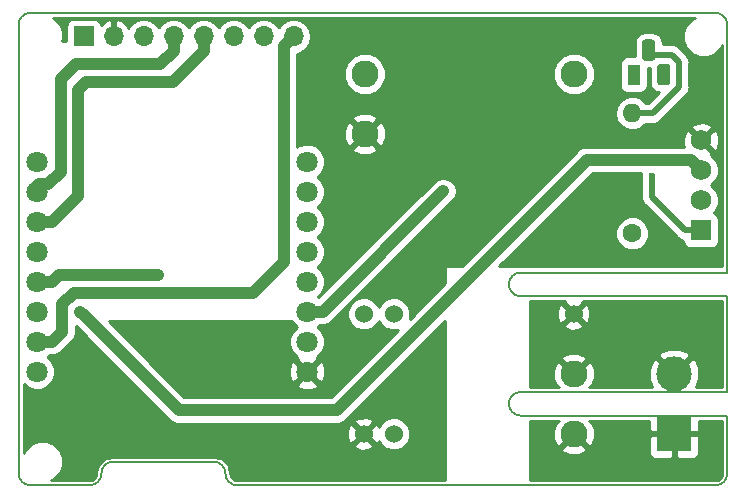
<source format=gbr>
G04 #@! TF.GenerationSoftware,KiCad,Pcbnew,(5.0.2)-1*
G04 #@! TF.CreationDate,2019-02-07T08:47:28-05:00*
G04 #@! TF.ProjectId,HASwitchPlate,48415377-6974-4636-9850-6c6174652e6b,rev?*
G04 #@! TF.SameCoordinates,Original*
G04 #@! TF.FileFunction,Copper,L2,Bot*
G04 #@! TF.FilePolarity,Positive*
%FSLAX46Y46*%
G04 Gerber Fmt 4.6, Leading zero omitted, Abs format (unit mm)*
G04 Created by KiCad (PCBNEW (5.0.2)-1) date 2/7/2019 8:47:28 AM*
%MOMM*%
%LPD*%
G01*
G04 APERTURE LIST*
G04 #@! TA.AperFunction,NonConductor*
%ADD10C,0.150000*%
G04 #@! TD*
G04 #@! TA.AperFunction,ComponentPad*
%ADD11R,1.100000X1.800000*%
G04 #@! TD*
G04 #@! TA.AperFunction,Conductor*
%ADD12C,0.100000*%
G04 #@! TD*
G04 #@! TA.AperFunction,ComponentPad*
%ADD13C,1.100000*%
G04 #@! TD*
G04 #@! TA.AperFunction,ComponentPad*
%ADD14C,1.524000*%
G04 #@! TD*
G04 #@! TA.AperFunction,ComponentPad*
%ADD15C,2.290000*%
G04 #@! TD*
G04 #@! TA.AperFunction,ComponentPad*
%ADD16O,1.600000X1.600000*%
G04 #@! TD*
G04 #@! TA.AperFunction,ComponentPad*
%ADD17C,1.600000*%
G04 #@! TD*
G04 #@! TA.AperFunction,ComponentPad*
%ADD18C,1.750000*%
G04 #@! TD*
G04 #@! TA.AperFunction,ComponentPad*
%ADD19R,1.750000X1.750000*%
G04 #@! TD*
G04 #@! TA.AperFunction,ComponentPad*
%ADD20R,1.700000X1.700000*%
G04 #@! TD*
G04 #@! TA.AperFunction,ComponentPad*
%ADD21O,1.700000X1.700000*%
G04 #@! TD*
G04 #@! TA.AperFunction,ComponentPad*
%ADD22C,1.800000*%
G04 #@! TD*
G04 #@! TA.AperFunction,ComponentPad*
%ADD23R,3.000000X3.000000*%
G04 #@! TD*
G04 #@! TA.AperFunction,ComponentPad*
%ADD24C,3.000000*%
G04 #@! TD*
G04 #@! TA.AperFunction,ViaPad*
%ADD25C,0.600000*%
G04 #@! TD*
G04 #@! TA.AperFunction,Conductor*
%ADD26C,1.000000*%
G04 #@! TD*
G04 #@! TA.AperFunction,Conductor*
%ADD27C,0.500000*%
G04 #@! TD*
G04 #@! TA.AperFunction,Conductor*
%ADD28C,0.254000*%
G04 #@! TD*
G04 APERTURE END LIST*
D10*
X160000000Y-101000000D02*
X160000000Y-122000000D01*
X160000000Y-132100000D02*
X160000000Y-124000000D01*
X141500000Y-123000000D02*
G75*
G03X142500000Y-124000000I1000000J0D01*
G01*
X142500000Y-122000000D02*
G75*
G03X141500000Y-123000000I0J-1000000D01*
G01*
X142500000Y-122000000D02*
X160000000Y-122000000D01*
X142500000Y-124000000D02*
X160000000Y-124000000D01*
X118500000Y-140000000D02*
X159000000Y-140000000D01*
X101000000Y-140000000D02*
X106000000Y-140000000D01*
X108000000Y-138000000D02*
X116500000Y-138000000D01*
X117500000Y-139000000D02*
G75*
G03X118500000Y-140000000I1000000J0D01*
G01*
X117500000Y-139000000D02*
G75*
G03X116500000Y-138000000I-1000000J0D01*
G01*
X107998255Y-138000002D02*
G75*
G03X107000000Y-139000000I1745J-999998D01*
G01*
X106000000Y-140000000D02*
G75*
G03X107000000Y-139000000I0J1000000D01*
G01*
X101000000Y-100000000D02*
G75*
G03X100000000Y-101000000I0J-1000000D01*
G01*
X100000000Y-139000000D02*
G75*
G03X101000000Y-140000000I1000000J0D01*
G01*
X159000000Y-140000000D02*
G75*
G03X160000000Y-139000000I0J1000000D01*
G01*
X160000000Y-101000000D02*
G75*
G03X159000000Y-100000000I-1000000J0D01*
G01*
X141500000Y-133100000D02*
G75*
G03X142500000Y-134100000I1000000J0D01*
G01*
X142500000Y-132100000D02*
G75*
G03X141500000Y-133100000I0J-1000000D01*
G01*
X160000000Y-134100000D02*
X160000000Y-139000000D01*
X142500000Y-134100000D02*
X160000000Y-134100000D01*
X142500000Y-132100000D02*
X160000000Y-132100000D01*
X101000000Y-100000000D02*
X159000000Y-100000000D01*
X100000000Y-101000000D02*
X100000000Y-139000000D01*
D11*
G04 #@! TO.P,Q1,1*
G04 #@! TO.N,/GND*
X152070000Y-105226000D03*
D12*
G04 #@! TD*
G04 #@! TO.N,/LCD_GND*
G04 #@! TO.C,Q1*
G36*
X154911955Y-104327324D02*
X154938650Y-104331284D01*
X154964828Y-104337841D01*
X154990238Y-104346933D01*
X155014634Y-104358472D01*
X155037782Y-104372346D01*
X155059458Y-104388422D01*
X155079454Y-104406546D01*
X155097578Y-104426542D01*
X155113654Y-104448218D01*
X155127528Y-104471366D01*
X155139067Y-104495762D01*
X155148159Y-104521172D01*
X155154716Y-104547350D01*
X155158676Y-104574045D01*
X155160000Y-104601000D01*
X155160000Y-105851000D01*
X155158676Y-105877955D01*
X155154716Y-105904650D01*
X155148159Y-105930828D01*
X155139067Y-105956238D01*
X155127528Y-105980634D01*
X155113654Y-106003782D01*
X155097578Y-106025458D01*
X155079454Y-106045454D01*
X155059458Y-106063578D01*
X155037782Y-106079654D01*
X155014634Y-106093528D01*
X154990238Y-106105067D01*
X154964828Y-106114159D01*
X154938650Y-106120716D01*
X154911955Y-106124676D01*
X154885000Y-106126000D01*
X154335000Y-106126000D01*
X154308045Y-106124676D01*
X154281350Y-106120716D01*
X154255172Y-106114159D01*
X154229762Y-106105067D01*
X154205366Y-106093528D01*
X154182218Y-106079654D01*
X154160542Y-106063578D01*
X154140546Y-106045454D01*
X154122422Y-106025458D01*
X154106346Y-106003782D01*
X154092472Y-105980634D01*
X154080933Y-105956238D01*
X154071841Y-105930828D01*
X154065284Y-105904650D01*
X154061324Y-105877955D01*
X154060000Y-105851000D01*
X154060000Y-104601000D01*
X154061324Y-104574045D01*
X154065284Y-104547350D01*
X154071841Y-104521172D01*
X154080933Y-104495762D01*
X154092472Y-104471366D01*
X154106346Y-104448218D01*
X154122422Y-104426542D01*
X154140546Y-104406546D01*
X154160542Y-104388422D01*
X154182218Y-104372346D01*
X154205366Y-104358472D01*
X154229762Y-104346933D01*
X154255172Y-104337841D01*
X154281350Y-104331284D01*
X154308045Y-104327324D01*
X154335000Y-104326000D01*
X154885000Y-104326000D01*
X154911955Y-104327324D01*
X154911955Y-104327324D01*
G37*
D13*
G04 #@! TO.P,Q1,3*
G04 #@! TO.N,/LCD_GND*
X154610000Y-105226000D03*
D12*
G04 #@! TD*
G04 #@! TO.N,/LCD_CTL*
G04 #@! TO.C,Q1*
G36*
X153641955Y-102257324D02*
X153668650Y-102261284D01*
X153694828Y-102267841D01*
X153720238Y-102276933D01*
X153744634Y-102288472D01*
X153767782Y-102302346D01*
X153789458Y-102318422D01*
X153809454Y-102336546D01*
X153827578Y-102356542D01*
X153843654Y-102378218D01*
X153857528Y-102401366D01*
X153869067Y-102425762D01*
X153878159Y-102451172D01*
X153884716Y-102477350D01*
X153888676Y-102504045D01*
X153890000Y-102531000D01*
X153890000Y-103781000D01*
X153888676Y-103807955D01*
X153884716Y-103834650D01*
X153878159Y-103860828D01*
X153869067Y-103886238D01*
X153857528Y-103910634D01*
X153843654Y-103933782D01*
X153827578Y-103955458D01*
X153809454Y-103975454D01*
X153789458Y-103993578D01*
X153767782Y-104009654D01*
X153744634Y-104023528D01*
X153720238Y-104035067D01*
X153694828Y-104044159D01*
X153668650Y-104050716D01*
X153641955Y-104054676D01*
X153615000Y-104056000D01*
X153065000Y-104056000D01*
X153038045Y-104054676D01*
X153011350Y-104050716D01*
X152985172Y-104044159D01*
X152959762Y-104035067D01*
X152935366Y-104023528D01*
X152912218Y-104009654D01*
X152890542Y-103993578D01*
X152870546Y-103975454D01*
X152852422Y-103955458D01*
X152836346Y-103933782D01*
X152822472Y-103910634D01*
X152810933Y-103886238D01*
X152801841Y-103860828D01*
X152795284Y-103834650D01*
X152791324Y-103807955D01*
X152790000Y-103781000D01*
X152790000Y-102531000D01*
X152791324Y-102504045D01*
X152795284Y-102477350D01*
X152801841Y-102451172D01*
X152810933Y-102425762D01*
X152822472Y-102401366D01*
X152836346Y-102378218D01*
X152852422Y-102356542D01*
X152870546Y-102336546D01*
X152890542Y-102318422D01*
X152912218Y-102302346D01*
X152935366Y-102288472D01*
X152959762Y-102276933D01*
X152985172Y-102267841D01*
X153011350Y-102261284D01*
X153038045Y-102257324D01*
X153065000Y-102256000D01*
X153615000Y-102256000D01*
X153641955Y-102257324D01*
X153641955Y-102257324D01*
G37*
D13*
G04 #@! TO.P,Q1,2*
G04 #@! TO.N,/LCD_CTL*
X153340000Y-103156000D03*
G04 #@! TD*
D14*
G04 #@! TO.P,U3,8*
G04 #@! TO.N,N/C*
X129220000Y-125490000D03*
G04 #@! TO.P,U3,9*
G04 #@! TO.N,/+5V*
X129220000Y-135650000D03*
D15*
G04 #@! TO.P,U3,16*
G04 #@! TO.N,/AC_L*
X147000000Y-135650000D03*
D14*
G04 #@! TO.P,U3,10*
G04 #@! TO.N,/GND*
X131760000Y-135650000D03*
G04 #@! TO.P,U3,1*
G04 #@! TO.N,/AC_N*
X147000000Y-125490000D03*
G04 #@! TO.P,U3,7*
G04 #@! TO.N,N/C*
X131760000Y-125490000D03*
G04 #@! TD*
D16*
G04 #@! TO.P,R1,2*
G04 #@! TO.N,/LCD_CTL*
X151943000Y-108509000D03*
D17*
G04 #@! TO.P,R1,1*
G04 #@! TO.N,Net-(R1-Pad1)*
X151943000Y-118669000D03*
G04 #@! TD*
D18*
G04 #@! TO.P,J2,4*
G04 #@! TO.N,/+5V*
X157785000Y-110795000D03*
G04 #@! TO.P,J2,3*
G04 #@! TO.N,/LCD_TX*
X157785000Y-113335000D03*
G04 #@! TO.P,J2,2*
G04 #@! TO.N,/LCD_RX*
X157785000Y-115875000D03*
D19*
G04 #@! TO.P,J2,1*
G04 #@! TO.N,/LCD_GND*
X157785000Y-118415000D03*
G04 #@! TD*
D20*
G04 #@! TO.P,J3,1*
G04 #@! TO.N,/GND*
X105500000Y-102000000D03*
D21*
G04 #@! TO.P,J3,2*
G04 #@! TO.N,/+5V*
X108040000Y-102000000D03*
G04 #@! TO.P,J3,3*
G04 #@! TO.N,/+3.3V*
X110580000Y-102000000D03*
G04 #@! TO.P,J3,4*
G04 #@! TO.N,/A0*
X113120000Y-102000000D03*
G04 #@! TO.P,J3,5*
G04 #@! TO.N,/D0*
X115660000Y-102000000D03*
G04 #@! TO.P,J3,6*
G04 #@! TO.N,/D1*
X118200000Y-102000000D03*
G04 #@! TO.P,J3,7*
G04 #@! TO.N,/D2*
X120740000Y-102000000D03*
G04 #@! TO.P,J3,8*
G04 #@! TO.N,/D8_DBG*
X123280000Y-102000000D03*
G04 #@! TD*
D15*
G04 #@! TO.P,U1,5*
G04 #@! TO.N,N/C*
X147000000Y-105170000D03*
G04 #@! TO.P,U1,1*
G04 #@! TO.N,/AC_L*
X147000000Y-135650000D03*
G04 #@! TO.P,U1,2*
G04 #@! TO.N,/AC_N*
X147000000Y-130570000D03*
G04 #@! TO.P,U1,3*
G04 #@! TO.N,/+5V*
X129300000Y-110250000D03*
G04 #@! TO.P,U1,4*
G04 #@! TO.N,/GND*
X129300000Y-105170000D03*
G04 #@! TD*
D22*
G04 #@! TO.P,U2,16*
G04 #@! TO.N,/+3.3V*
X101570000Y-130390000D03*
G04 #@! TO.P,U2,1*
G04 #@! TO.N,/+5V*
X124430000Y-130390000D03*
G04 #@! TO.P,U2,15*
G04 #@! TO.N,/D8_DBG*
X101570000Y-127850000D03*
G04 #@! TO.P,U2,2*
G04 #@! TO.N,/GND*
X124430000Y-127850000D03*
G04 #@! TO.P,U2,14*
G04 #@! TO.N,/LCD_TX*
X101570000Y-125310000D03*
G04 #@! TO.P,U2,3*
G04 #@! TO.N,/LCD_RX*
X124430000Y-125310000D03*
G04 #@! TO.P,U2,13*
G04 #@! TO.N,Net-(R1-Pad1)*
X101570000Y-122770000D03*
G04 #@! TO.P,U2,4*
G04 #@! TO.N,Net-(U2-Pad4)*
X124430000Y-122770000D03*
G04 #@! TO.P,U2,12*
G04 #@! TO.N,Net-(U2-Pad12)*
X101570000Y-120230000D03*
G04 #@! TO.P,U2,5*
G04 #@! TO.N,/D2*
X124430000Y-120230000D03*
G04 #@! TO.P,U2,11*
G04 #@! TO.N,/D0*
X101570000Y-117690000D03*
G04 #@! TO.P,U2,6*
G04 #@! TO.N,/D1*
X124430000Y-117690000D03*
G04 #@! TO.P,U2,10*
G04 #@! TO.N,/A0*
X101570000Y-115150000D03*
G04 #@! TO.P,U2,7*
G04 #@! TO.N,Net-(U2-Pad7)*
X124430000Y-115150000D03*
G04 #@! TO.P,U2,9*
G04 #@! TO.N,Net-(U2-Pad9)*
X101570000Y-112610000D03*
G04 #@! TO.P,U2,8*
G04 #@! TO.N,Net-(U2-Pad8)*
X124430000Y-112610000D03*
G04 #@! TD*
D23*
G04 #@! TO.P,J1,1*
G04 #@! TO.N,/AC_L*
X155500000Y-135650000D03*
D24*
G04 #@! TO.P,J1,2*
G04 #@! TO.N,/AC_N*
X155500000Y-130570000D03*
G04 #@! TD*
D25*
G04 #@! TO.N,/LCD_TX*
X105207000Y-125310000D03*
G04 #@! TO.N,/LCD_RX*
X135941000Y-115113000D03*
G04 #@! TO.N,/LCD_GND*
X153594000Y-113812990D03*
G04 #@! TO.N,Net-(R1-Pad1)*
X111811000Y-122225000D03*
G04 #@! TD*
D26*
G04 #@! TO.N,/LCD_TX*
X157785000Y-113335000D02*
X156910001Y-112460001D01*
X148118999Y-112460001D02*
X126924000Y-133655000D01*
X156910001Y-112460001D02*
X148118999Y-112460001D01*
X126924000Y-133655000D02*
X113552000Y-133655000D01*
X113552000Y-133655000D02*
X105506999Y-125609999D01*
X105506999Y-125609999D02*
X105207000Y-125310000D01*
G04 #@! TO.N,/LCD_RX*
X125744000Y-125310000D02*
X124430000Y-125310000D01*
X135941000Y-115113000D02*
X125744000Y-125310000D01*
G04 #@! TO.N,/A0*
X102482001Y-114510001D02*
X103556000Y-113436002D01*
X101745999Y-114510001D02*
X102482001Y-114510001D01*
X101570000Y-115150000D02*
X101570000Y-114686000D01*
X101570000Y-114686000D02*
X101745999Y-114510001D01*
X103556000Y-113436002D02*
X103556000Y-105588000D01*
X103556000Y-105588000D02*
X104826000Y-104318000D01*
X113120000Y-103202081D02*
X113120000Y-102000000D01*
X112004081Y-104318000D02*
X113120000Y-103202081D01*
X104826000Y-104318000D02*
X112004081Y-104318000D01*
G04 #@! TO.N,/D0*
X115660000Y-103202081D02*
X115660000Y-102000000D01*
X101570000Y-117690000D02*
X102842792Y-117690000D01*
X102842792Y-117690000D02*
X105056010Y-115476782D01*
X105056010Y-115476782D02*
X105056010Y-106500990D01*
X105056010Y-106500990D02*
X105738990Y-105818010D01*
X105738990Y-105818010D02*
X113044071Y-105818010D01*
X113044071Y-105818010D02*
X115660000Y-103202081D01*
G04 #@! TO.N,/D8_DBG*
X103706989Y-126985803D02*
X103706989Y-124688676D01*
X122430001Y-102849999D02*
X123280000Y-102000000D01*
X103706989Y-124688676D02*
X104646665Y-123749000D01*
X104646665Y-123749000D02*
X119812000Y-123749000D01*
X119812000Y-123749000D02*
X122430001Y-121130999D01*
X122430001Y-121130999D02*
X122430001Y-102849999D01*
X102842792Y-127850000D02*
X103706989Y-126985803D01*
X101570000Y-127850000D02*
X102842792Y-127850000D01*
D27*
G04 #@! TO.N,/LCD_GND*
X156410000Y-118415000D02*
X153594000Y-115599000D01*
X157785000Y-118415000D02*
X156410000Y-118415000D01*
X153594000Y-114237254D02*
X153594000Y-113812990D01*
X153594000Y-115599000D02*
X153594000Y-114237254D01*
D26*
G04 #@! TO.N,Net-(R1-Pad1)*
X103387792Y-122225000D02*
X111386736Y-122225000D01*
X102842792Y-122770000D02*
X103387792Y-122225000D01*
X101570000Y-122770000D02*
X102842792Y-122770000D01*
X111386736Y-122225000D02*
X111811000Y-122225000D01*
D27*
G04 #@! TO.N,/LCD_CTL*
X155289584Y-103556000D02*
X153340000Y-103556000D01*
X155910010Y-104176426D02*
X155289584Y-103556000D01*
X155910010Y-106275574D02*
X155910010Y-104176426D01*
X153676584Y-108509000D02*
X155910010Y-106275574D01*
X151943000Y-108509000D02*
X153676584Y-108509000D01*
G04 #@! TD*
D28*
G04 #@! TO.N,/+5V*
G36*
X136068000Y-139578000D02*
X118541561Y-139578000D01*
X118281973Y-139526365D01*
X118097139Y-139402863D01*
X117973635Y-139218027D01*
X117913891Y-138917672D01*
X117837771Y-138534989D01*
X117793125Y-138427204D01*
X117774760Y-138382866D01*
X117557987Y-138058443D01*
X117441558Y-137942013D01*
X117441555Y-137942012D01*
X117117133Y-137725240D01*
X116965011Y-137662229D01*
X116582328Y-137586109D01*
X116541561Y-137578000D01*
X107958439Y-137578000D01*
X107917308Y-137586181D01*
X107915566Y-137586183D01*
X107534629Y-137662300D01*
X107458578Y-137693879D01*
X107382866Y-137725240D01*
X107058443Y-137942013D01*
X106942013Y-138058442D01*
X106942013Y-138058443D01*
X106725241Y-138382866D01*
X106725240Y-138382867D01*
X106662229Y-138534989D01*
X106586109Y-138917672D01*
X106526365Y-139218027D01*
X106402863Y-139402861D01*
X106218027Y-139526365D01*
X105958439Y-139578000D01*
X102703240Y-139578000D01*
X102978267Y-139464080D01*
X103464080Y-138978267D01*
X103727000Y-138343522D01*
X103727000Y-137656478D01*
X103464080Y-137021733D01*
X103072560Y-136630213D01*
X128419392Y-136630213D01*
X128488857Y-136872397D01*
X129012302Y-137059144D01*
X129567368Y-137031362D01*
X129951143Y-136872397D01*
X130020608Y-136630213D01*
X129220000Y-135829605D01*
X128419392Y-136630213D01*
X103072560Y-136630213D01*
X102978267Y-136535920D01*
X102343522Y-136273000D01*
X101656478Y-136273000D01*
X101021733Y-136535920D01*
X100535920Y-137021733D01*
X100422000Y-137296760D01*
X100422000Y-135442302D01*
X127810856Y-135442302D01*
X127838638Y-135997368D01*
X127997603Y-136381143D01*
X128239787Y-136450608D01*
X129040395Y-135650000D01*
X129399605Y-135650000D01*
X130200213Y-136450608D01*
X130442397Y-136381143D01*
X130496543Y-136229375D01*
X130582463Y-136436805D01*
X130973195Y-136827537D01*
X131483711Y-137039000D01*
X132036289Y-137039000D01*
X132546805Y-136827537D01*
X132937537Y-136436805D01*
X133149000Y-135926289D01*
X133149000Y-135373711D01*
X132937537Y-134863195D01*
X132546805Y-134472463D01*
X132036289Y-134261000D01*
X131483711Y-134261000D01*
X130973195Y-134472463D01*
X130582463Y-134863195D01*
X130500902Y-135060100D01*
X130442397Y-134918857D01*
X130200213Y-134849392D01*
X129399605Y-135650000D01*
X129040395Y-135650000D01*
X128239787Y-134849392D01*
X127997603Y-134918857D01*
X127810856Y-135442302D01*
X100422000Y-135442302D01*
X100422000Y-131401504D01*
X100705024Y-131684528D01*
X101266261Y-131917000D01*
X101873739Y-131917000D01*
X102434976Y-131684528D01*
X102864528Y-131254976D01*
X103097000Y-130693739D01*
X103097000Y-130086261D01*
X102864528Y-129525024D01*
X102459504Y-129120000D01*
X102602504Y-128977000D01*
X102731794Y-128977000D01*
X102842792Y-128999079D01*
X102953790Y-128977000D01*
X102953791Y-128977000D01*
X103282525Y-128911611D01*
X103655314Y-128662522D01*
X103718192Y-128568418D01*
X104425410Y-127861201D01*
X104519511Y-127798325D01*
X104768600Y-127425536D01*
X104833989Y-127096802D01*
X104833989Y-127096801D01*
X104856068Y-126985804D01*
X104833989Y-126874806D01*
X104833989Y-126530807D01*
X112676600Y-134373418D01*
X112739478Y-134467522D01*
X113112267Y-134716611D01*
X113441001Y-134782000D01*
X113441002Y-134782000D01*
X113552000Y-134804079D01*
X113662998Y-134782000D01*
X126813002Y-134782000D01*
X126924000Y-134804079D01*
X127034998Y-134782000D01*
X127034999Y-134782000D01*
X127363733Y-134716611D01*
X127433810Y-134669787D01*
X128419392Y-134669787D01*
X129220000Y-135470395D01*
X130020608Y-134669787D01*
X129951143Y-134427603D01*
X129427698Y-134240856D01*
X128872632Y-134268638D01*
X128488857Y-134427603D01*
X128419392Y-134669787D01*
X127433810Y-134669787D01*
X127736522Y-134467522D01*
X127799400Y-134373418D01*
X136068000Y-126104818D01*
X136068000Y-139578000D01*
X136068000Y-139578000D01*
G37*
X136068000Y-139578000D02*
X118541561Y-139578000D01*
X118281973Y-139526365D01*
X118097139Y-139402863D01*
X117973635Y-139218027D01*
X117913891Y-138917672D01*
X117837771Y-138534989D01*
X117793125Y-138427204D01*
X117774760Y-138382866D01*
X117557987Y-138058443D01*
X117441558Y-137942013D01*
X117441555Y-137942012D01*
X117117133Y-137725240D01*
X116965011Y-137662229D01*
X116582328Y-137586109D01*
X116541561Y-137578000D01*
X107958439Y-137578000D01*
X107917308Y-137586181D01*
X107915566Y-137586183D01*
X107534629Y-137662300D01*
X107458578Y-137693879D01*
X107382866Y-137725240D01*
X107058443Y-137942013D01*
X106942013Y-138058442D01*
X106942013Y-138058443D01*
X106725241Y-138382866D01*
X106725240Y-138382867D01*
X106662229Y-138534989D01*
X106586109Y-138917672D01*
X106526365Y-139218027D01*
X106402863Y-139402861D01*
X106218027Y-139526365D01*
X105958439Y-139578000D01*
X102703240Y-139578000D01*
X102978267Y-139464080D01*
X103464080Y-138978267D01*
X103727000Y-138343522D01*
X103727000Y-137656478D01*
X103464080Y-137021733D01*
X103072560Y-136630213D01*
X128419392Y-136630213D01*
X128488857Y-136872397D01*
X129012302Y-137059144D01*
X129567368Y-137031362D01*
X129951143Y-136872397D01*
X130020608Y-136630213D01*
X129220000Y-135829605D01*
X128419392Y-136630213D01*
X103072560Y-136630213D01*
X102978267Y-136535920D01*
X102343522Y-136273000D01*
X101656478Y-136273000D01*
X101021733Y-136535920D01*
X100535920Y-137021733D01*
X100422000Y-137296760D01*
X100422000Y-135442302D01*
X127810856Y-135442302D01*
X127838638Y-135997368D01*
X127997603Y-136381143D01*
X128239787Y-136450608D01*
X129040395Y-135650000D01*
X129399605Y-135650000D01*
X130200213Y-136450608D01*
X130442397Y-136381143D01*
X130496543Y-136229375D01*
X130582463Y-136436805D01*
X130973195Y-136827537D01*
X131483711Y-137039000D01*
X132036289Y-137039000D01*
X132546805Y-136827537D01*
X132937537Y-136436805D01*
X133149000Y-135926289D01*
X133149000Y-135373711D01*
X132937537Y-134863195D01*
X132546805Y-134472463D01*
X132036289Y-134261000D01*
X131483711Y-134261000D01*
X130973195Y-134472463D01*
X130582463Y-134863195D01*
X130500902Y-135060100D01*
X130442397Y-134918857D01*
X130200213Y-134849392D01*
X129399605Y-135650000D01*
X129040395Y-135650000D01*
X128239787Y-134849392D01*
X127997603Y-134918857D01*
X127810856Y-135442302D01*
X100422000Y-135442302D01*
X100422000Y-131401504D01*
X100705024Y-131684528D01*
X101266261Y-131917000D01*
X101873739Y-131917000D01*
X102434976Y-131684528D01*
X102864528Y-131254976D01*
X103097000Y-130693739D01*
X103097000Y-130086261D01*
X102864528Y-129525024D01*
X102459504Y-129120000D01*
X102602504Y-128977000D01*
X102731794Y-128977000D01*
X102842792Y-128999079D01*
X102953790Y-128977000D01*
X102953791Y-128977000D01*
X103282525Y-128911611D01*
X103655314Y-128662522D01*
X103718192Y-128568418D01*
X104425410Y-127861201D01*
X104519511Y-127798325D01*
X104768600Y-127425536D01*
X104833989Y-127096802D01*
X104833989Y-127096801D01*
X104856068Y-126985804D01*
X104833989Y-126874806D01*
X104833989Y-126530807D01*
X112676600Y-134373418D01*
X112739478Y-134467522D01*
X113112267Y-134716611D01*
X113441001Y-134782000D01*
X113441002Y-134782000D01*
X113552000Y-134804079D01*
X113662998Y-134782000D01*
X126813002Y-134782000D01*
X126924000Y-134804079D01*
X127034998Y-134782000D01*
X127034999Y-134782000D01*
X127363733Y-134716611D01*
X127433810Y-134669787D01*
X128419392Y-134669787D01*
X129220000Y-135470395D01*
X130020608Y-134669787D01*
X129951143Y-134427603D01*
X129427698Y-134240856D01*
X128872632Y-134268638D01*
X128488857Y-134427603D01*
X128419392Y-134669787D01*
X127433810Y-134669787D01*
X127736522Y-134467522D01*
X127799400Y-134373418D01*
X136068000Y-126104818D01*
X136068000Y-139578000D01*
G36*
X157021733Y-100535920D02*
X156535920Y-101021733D01*
X156273000Y-101656478D01*
X156273000Y-102343522D01*
X156535920Y-102978267D01*
X157021733Y-103464080D01*
X157656478Y-103727000D01*
X158343522Y-103727000D01*
X158978267Y-103464080D01*
X159464080Y-102978267D01*
X159578000Y-102703240D01*
X159578001Y-121463000D01*
X140709819Y-121463000D01*
X143787667Y-118385152D01*
X150516000Y-118385152D01*
X150516000Y-118952848D01*
X150733247Y-119477331D01*
X151134669Y-119878753D01*
X151659152Y-120096000D01*
X152226848Y-120096000D01*
X152751331Y-119878753D01*
X153152753Y-119477331D01*
X153370000Y-118952848D01*
X153370000Y-118385152D01*
X153152753Y-117860669D01*
X152751331Y-117459247D01*
X152226848Y-117242000D01*
X151659152Y-117242000D01*
X151134669Y-117459247D01*
X150733247Y-117860669D01*
X150516000Y-118385152D01*
X143787667Y-118385152D01*
X148585818Y-113587001D01*
X152684230Y-113587001D01*
X152667000Y-113628598D01*
X152667000Y-113997382D01*
X152717000Y-114118093D01*
X152717000Y-114323628D01*
X152717001Y-114323632D01*
X152717000Y-115512629D01*
X152699820Y-115599000D01*
X152717000Y-115685370D01*
X152717000Y-115685374D01*
X152767884Y-115941187D01*
X152961719Y-116231281D01*
X153034946Y-116280210D01*
X155728792Y-118974057D01*
X155777719Y-119047281D01*
X155850943Y-119096208D01*
X156067810Y-119241115D01*
X156067811Y-119241115D01*
X156067812Y-119241116D01*
X156270717Y-119281476D01*
X156270717Y-119290000D01*
X156319380Y-119534643D01*
X156457959Y-119742041D01*
X156665357Y-119880620D01*
X156910000Y-119929283D01*
X158660000Y-119929283D01*
X158904643Y-119880620D01*
X159112041Y-119742041D01*
X159250620Y-119534643D01*
X159299283Y-119290000D01*
X159299283Y-117540000D01*
X159250620Y-117295357D01*
X159112041Y-117087959D01*
X158904643Y-116949380D01*
X158846362Y-116937787D01*
X159058334Y-116725815D01*
X159287000Y-116173766D01*
X159287000Y-115576234D01*
X159058334Y-115024185D01*
X158639149Y-114605000D01*
X159058334Y-114185815D01*
X159287000Y-113633766D01*
X159287000Y-113036234D01*
X159058334Y-112484185D01*
X158635815Y-112061666D01*
X158604546Y-112048714D01*
X158667455Y-111857060D01*
X157785000Y-110974605D01*
X157770858Y-110988748D01*
X157591253Y-110809143D01*
X157605395Y-110795000D01*
X157964605Y-110795000D01*
X158847060Y-111677455D01*
X159100953Y-111594116D01*
X159306590Y-111029694D01*
X159280579Y-110429542D01*
X159100953Y-109995884D01*
X158847060Y-109912545D01*
X157964605Y-110795000D01*
X157605395Y-110795000D01*
X156722940Y-109912545D01*
X156469047Y-109995884D01*
X156263410Y-110560306D01*
X156289421Y-111160458D01*
X156360890Y-111333001D01*
X148229996Y-111333001D01*
X148118998Y-111310922D01*
X148008000Y-111333001D01*
X147679266Y-111398390D01*
X147679265Y-111398391D01*
X147679264Y-111398391D01*
X147559557Y-111478377D01*
X147306477Y-111647479D01*
X147243601Y-111741580D01*
X137522181Y-121463000D01*
X136195000Y-121463000D01*
X136146399Y-121472667D01*
X136105197Y-121500197D01*
X136077667Y-121541399D01*
X136068000Y-121590000D01*
X136068000Y-122917181D01*
X133099578Y-125885603D01*
X133149000Y-125766289D01*
X133149000Y-125213711D01*
X132937537Y-124703195D01*
X132546805Y-124312463D01*
X132036289Y-124101000D01*
X131483711Y-124101000D01*
X130973195Y-124312463D01*
X130582463Y-124703195D01*
X130490000Y-124926420D01*
X130397537Y-124703195D01*
X130006805Y-124312463D01*
X129496289Y-124101000D01*
X128943711Y-124101000D01*
X128433195Y-124312463D01*
X128042463Y-124703195D01*
X127831000Y-125213711D01*
X127831000Y-125766289D01*
X128042463Y-126276805D01*
X128433195Y-126667537D01*
X128943711Y-126879000D01*
X129496289Y-126879000D01*
X130006805Y-126667537D01*
X130397537Y-126276805D01*
X130490000Y-126053580D01*
X130582463Y-126276805D01*
X130973195Y-126667537D01*
X131483711Y-126879000D01*
X132036289Y-126879000D01*
X132155603Y-126829578D01*
X126457182Y-132528000D01*
X114018818Y-132528000D01*
X112960977Y-131470159D01*
X123529446Y-131470159D01*
X123615852Y-131726643D01*
X124189336Y-131936458D01*
X124799460Y-131910839D01*
X125244148Y-131726643D01*
X125330554Y-131470159D01*
X124430000Y-130569605D01*
X123529446Y-131470159D01*
X112960977Y-131470159D01*
X111640154Y-130149336D01*
X122883542Y-130149336D01*
X122909161Y-130759460D01*
X123093357Y-131204148D01*
X123349841Y-131290554D01*
X124250395Y-130390000D01*
X124609605Y-130390000D01*
X125510159Y-131290554D01*
X125766643Y-131204148D01*
X125976458Y-130630664D01*
X125950839Y-130020540D01*
X125766643Y-129575852D01*
X125510159Y-129489446D01*
X124609605Y-130390000D01*
X124250395Y-130390000D01*
X123349841Y-129489446D01*
X123093357Y-129575852D01*
X122883542Y-130149336D01*
X111640154Y-130149336D01*
X107617818Y-126127000D01*
X123000000Y-126127000D01*
X123048601Y-126117333D01*
X123089803Y-126089803D01*
X123096216Y-126080205D01*
X123135472Y-126174976D01*
X123540496Y-126580000D01*
X123135472Y-126985024D01*
X122903000Y-127546261D01*
X122903000Y-128153739D01*
X123135472Y-128714976D01*
X123565024Y-129144528D01*
X123582675Y-129151839D01*
X123529446Y-129309841D01*
X124430000Y-130210395D01*
X125330554Y-129309841D01*
X125277325Y-129151839D01*
X125294976Y-129144528D01*
X125724528Y-128714976D01*
X125957000Y-128153739D01*
X125957000Y-127546261D01*
X125724528Y-126985024D01*
X125319504Y-126580000D01*
X125462504Y-126437000D01*
X125633002Y-126437000D01*
X125744000Y-126459079D01*
X125854998Y-126437000D01*
X125854999Y-126437000D01*
X126183733Y-126371611D01*
X126556522Y-126122522D01*
X126619400Y-126028418D01*
X136816397Y-115831421D01*
X137002610Y-115552734D01*
X137090079Y-115113000D01*
X137002610Y-114673266D01*
X136753521Y-114300479D01*
X136380734Y-114051390D01*
X135941000Y-113963921D01*
X135501266Y-114051390D01*
X135222579Y-114237603D01*
X125369843Y-124090339D01*
X125319504Y-124040000D01*
X125724528Y-123634976D01*
X125957000Y-123073739D01*
X125957000Y-122466261D01*
X125724528Y-121905024D01*
X125319504Y-121500000D01*
X125724528Y-121094976D01*
X125957000Y-120533739D01*
X125957000Y-119926261D01*
X125724528Y-119365024D01*
X125319504Y-118960000D01*
X125724528Y-118554976D01*
X125957000Y-117993739D01*
X125957000Y-117386261D01*
X125724528Y-116825024D01*
X125319504Y-116420000D01*
X125724528Y-116014976D01*
X125957000Y-115453739D01*
X125957000Y-114846261D01*
X125724528Y-114285024D01*
X125319504Y-113880000D01*
X125724528Y-113474976D01*
X125957000Y-112913739D01*
X125957000Y-112306261D01*
X125724528Y-111745024D01*
X125486913Y-111507409D01*
X128222196Y-111507409D01*
X128338605Y-111789312D01*
X129000856Y-112040049D01*
X129708649Y-112018267D01*
X130261395Y-111789312D01*
X130377804Y-111507409D01*
X129300000Y-110429605D01*
X128222196Y-111507409D01*
X125486913Y-111507409D01*
X125294976Y-111315472D01*
X124733739Y-111083000D01*
X124126261Y-111083000D01*
X123565024Y-111315472D01*
X123557001Y-111323495D01*
X123557001Y-109950856D01*
X127509951Y-109950856D01*
X127531733Y-110658649D01*
X127760688Y-111211395D01*
X128042591Y-111327804D01*
X129120395Y-110250000D01*
X129479605Y-110250000D01*
X130557409Y-111327804D01*
X130839312Y-111211395D01*
X131090049Y-110549144D01*
X131068267Y-109841351D01*
X130839312Y-109288605D01*
X130557409Y-109172196D01*
X129479605Y-110250000D01*
X129120395Y-110250000D01*
X128042591Y-109172196D01*
X127760688Y-109288605D01*
X127509951Y-109950856D01*
X123557001Y-109950856D01*
X123557001Y-108992591D01*
X128222196Y-108992591D01*
X129300000Y-110070395D01*
X130377804Y-108992591D01*
X130261395Y-108710688D01*
X129728694Y-108509000D01*
X150488044Y-108509000D01*
X150598796Y-109065788D01*
X150914191Y-109537809D01*
X151386212Y-109853204D01*
X151802456Y-109936000D01*
X152083544Y-109936000D01*
X152499788Y-109853204D01*
X152679775Y-109732940D01*
X156902545Y-109732940D01*
X157785000Y-110615395D01*
X158667455Y-109732940D01*
X158584116Y-109479047D01*
X158019694Y-109273410D01*
X157419542Y-109299421D01*
X156985884Y-109479047D01*
X156902545Y-109732940D01*
X152679775Y-109732940D01*
X152971809Y-109537809D01*
X153073245Y-109386000D01*
X153590214Y-109386000D01*
X153676584Y-109403180D01*
X153762954Y-109386000D01*
X153762959Y-109386000D01*
X154018772Y-109335116D01*
X154308865Y-109141281D01*
X154357794Y-109068054D01*
X156469067Y-106956782D01*
X156542291Y-106907855D01*
X156637555Y-106765283D01*
X156736125Y-106617764D01*
X156736125Y-106617763D01*
X156736126Y-106617762D01*
X156787010Y-106361949D01*
X156787010Y-106361945D01*
X156804190Y-106275575D01*
X156787010Y-106189205D01*
X156787010Y-104262796D01*
X156804190Y-104176426D01*
X156787010Y-104090056D01*
X156787010Y-104090051D01*
X156736126Y-103834238D01*
X156670071Y-103735380D01*
X156591219Y-103617369D01*
X156591216Y-103617366D01*
X156542291Y-103544145D01*
X156469069Y-103495219D01*
X155970793Y-102996945D01*
X155921865Y-102923719D01*
X155631772Y-102729884D01*
X155375959Y-102679000D01*
X155375954Y-102679000D01*
X155289584Y-102661820D01*
X155203214Y-102679000D01*
X154529283Y-102679000D01*
X154529283Y-102531000D01*
X154459687Y-102181119D01*
X154261496Y-101884504D01*
X153964881Y-101686313D01*
X153615000Y-101616717D01*
X153065000Y-101616717D01*
X152715119Y-101686313D01*
X152418504Y-101884504D01*
X152220313Y-102181119D01*
X152150717Y-102531000D01*
X152150717Y-103686717D01*
X151520000Y-103686717D01*
X151275357Y-103735380D01*
X151067959Y-103873959D01*
X150929380Y-104081357D01*
X150880717Y-104326000D01*
X150880717Y-106126000D01*
X150929380Y-106370643D01*
X151067959Y-106578041D01*
X151275357Y-106716620D01*
X151520000Y-106765283D01*
X152620000Y-106765283D01*
X152864643Y-106716620D01*
X153072041Y-106578041D01*
X153210620Y-106370643D01*
X153259283Y-106126000D01*
X153259283Y-104695283D01*
X153420717Y-104695283D01*
X153420717Y-105851000D01*
X153490313Y-106200881D01*
X153688504Y-106497496D01*
X153985119Y-106695687D01*
X154205747Y-106739573D01*
X153313320Y-107632000D01*
X153073245Y-107632000D01*
X152971809Y-107480191D01*
X152499788Y-107164796D01*
X152083544Y-107082000D01*
X151802456Y-107082000D01*
X151386212Y-107164796D01*
X150914191Y-107480191D01*
X150598796Y-107952212D01*
X150488044Y-108509000D01*
X129728694Y-108509000D01*
X129599144Y-108459951D01*
X128891351Y-108481733D01*
X128338605Y-108710688D01*
X128222196Y-108992591D01*
X123557001Y-108992591D01*
X123557001Y-104817527D01*
X127528000Y-104817527D01*
X127528000Y-105522473D01*
X127797771Y-106173758D01*
X128296242Y-106672229D01*
X128947527Y-106942000D01*
X129652473Y-106942000D01*
X130303758Y-106672229D01*
X130802229Y-106173758D01*
X131072000Y-105522473D01*
X131072000Y-104817527D01*
X145228000Y-104817527D01*
X145228000Y-105522473D01*
X145497771Y-106173758D01*
X145996242Y-106672229D01*
X146647527Y-106942000D01*
X147352473Y-106942000D01*
X148003758Y-106672229D01*
X148502229Y-106173758D01*
X148772000Y-105522473D01*
X148772000Y-104817527D01*
X148502229Y-104166242D01*
X148003758Y-103667771D01*
X147352473Y-103398000D01*
X146647527Y-103398000D01*
X145996242Y-103667771D01*
X145497771Y-104166242D01*
X145228000Y-104817527D01*
X131072000Y-104817527D01*
X130802229Y-104166242D01*
X130303758Y-103667771D01*
X129652473Y-103398000D01*
X128947527Y-103398000D01*
X128296242Y-103667771D01*
X127797771Y-104166242D01*
X127528000Y-104817527D01*
X123557001Y-104817527D01*
X123557001Y-103450837D01*
X123856297Y-103391303D01*
X124344858Y-103064858D01*
X124671303Y-102576297D01*
X124785936Y-102000000D01*
X124671303Y-101423703D01*
X124344858Y-100935142D01*
X123856297Y-100608697D01*
X123425471Y-100523000D01*
X123134529Y-100523000D01*
X122703703Y-100608697D01*
X122215142Y-100935142D01*
X122010000Y-101242160D01*
X121804858Y-100935142D01*
X121316297Y-100608697D01*
X120885471Y-100523000D01*
X120594529Y-100523000D01*
X120163703Y-100608697D01*
X119675142Y-100935142D01*
X119470000Y-101242160D01*
X119264858Y-100935142D01*
X118776297Y-100608697D01*
X118345471Y-100523000D01*
X118054529Y-100523000D01*
X117623703Y-100608697D01*
X117135142Y-100935142D01*
X116930000Y-101242160D01*
X116724858Y-100935142D01*
X116236297Y-100608697D01*
X115805471Y-100523000D01*
X115514529Y-100523000D01*
X115083703Y-100608697D01*
X114595142Y-100935142D01*
X114390000Y-101242160D01*
X114184858Y-100935142D01*
X113696297Y-100608697D01*
X113265471Y-100523000D01*
X112974529Y-100523000D01*
X112543703Y-100608697D01*
X112055142Y-100935142D01*
X111850000Y-101242160D01*
X111644858Y-100935142D01*
X111156297Y-100608697D01*
X110725471Y-100523000D01*
X110434529Y-100523000D01*
X110003703Y-100608697D01*
X109515142Y-100935142D01*
X109300128Y-101256934D01*
X109235183Y-101118642D01*
X108806924Y-100728355D01*
X108396890Y-100558524D01*
X108167000Y-100679845D01*
X108167000Y-101873000D01*
X108187000Y-101873000D01*
X108187000Y-102127000D01*
X108167000Y-102127000D01*
X108167000Y-102147000D01*
X107913000Y-102147000D01*
X107913000Y-102127000D01*
X107893000Y-102127000D01*
X107893000Y-101873000D01*
X107913000Y-101873000D01*
X107913000Y-100679845D01*
X107683110Y-100558524D01*
X107273076Y-100728355D01*
X106961833Y-101012001D01*
X106940620Y-100905357D01*
X106802041Y-100697959D01*
X106594643Y-100559380D01*
X106350000Y-100510717D01*
X104650000Y-100510717D01*
X104405357Y-100559380D01*
X104197959Y-100697959D01*
X104059380Y-100905357D01*
X104010717Y-101150000D01*
X104010717Y-102373000D01*
X103675440Y-102373000D01*
X103727000Y-102248522D01*
X103727000Y-101561478D01*
X103464080Y-100926733D01*
X102978267Y-100440920D01*
X102932590Y-100422000D01*
X157296760Y-100422000D01*
X157021733Y-100535920D01*
X157021733Y-100535920D01*
G37*
X157021733Y-100535920D02*
X156535920Y-101021733D01*
X156273000Y-101656478D01*
X156273000Y-102343522D01*
X156535920Y-102978267D01*
X157021733Y-103464080D01*
X157656478Y-103727000D01*
X158343522Y-103727000D01*
X158978267Y-103464080D01*
X159464080Y-102978267D01*
X159578000Y-102703240D01*
X159578001Y-121463000D01*
X140709819Y-121463000D01*
X143787667Y-118385152D01*
X150516000Y-118385152D01*
X150516000Y-118952848D01*
X150733247Y-119477331D01*
X151134669Y-119878753D01*
X151659152Y-120096000D01*
X152226848Y-120096000D01*
X152751331Y-119878753D01*
X153152753Y-119477331D01*
X153370000Y-118952848D01*
X153370000Y-118385152D01*
X153152753Y-117860669D01*
X152751331Y-117459247D01*
X152226848Y-117242000D01*
X151659152Y-117242000D01*
X151134669Y-117459247D01*
X150733247Y-117860669D01*
X150516000Y-118385152D01*
X143787667Y-118385152D01*
X148585818Y-113587001D01*
X152684230Y-113587001D01*
X152667000Y-113628598D01*
X152667000Y-113997382D01*
X152717000Y-114118093D01*
X152717000Y-114323628D01*
X152717001Y-114323632D01*
X152717000Y-115512629D01*
X152699820Y-115599000D01*
X152717000Y-115685370D01*
X152717000Y-115685374D01*
X152767884Y-115941187D01*
X152961719Y-116231281D01*
X153034946Y-116280210D01*
X155728792Y-118974057D01*
X155777719Y-119047281D01*
X155850943Y-119096208D01*
X156067810Y-119241115D01*
X156067811Y-119241115D01*
X156067812Y-119241116D01*
X156270717Y-119281476D01*
X156270717Y-119290000D01*
X156319380Y-119534643D01*
X156457959Y-119742041D01*
X156665357Y-119880620D01*
X156910000Y-119929283D01*
X158660000Y-119929283D01*
X158904643Y-119880620D01*
X159112041Y-119742041D01*
X159250620Y-119534643D01*
X159299283Y-119290000D01*
X159299283Y-117540000D01*
X159250620Y-117295357D01*
X159112041Y-117087959D01*
X158904643Y-116949380D01*
X158846362Y-116937787D01*
X159058334Y-116725815D01*
X159287000Y-116173766D01*
X159287000Y-115576234D01*
X159058334Y-115024185D01*
X158639149Y-114605000D01*
X159058334Y-114185815D01*
X159287000Y-113633766D01*
X159287000Y-113036234D01*
X159058334Y-112484185D01*
X158635815Y-112061666D01*
X158604546Y-112048714D01*
X158667455Y-111857060D01*
X157785000Y-110974605D01*
X157770858Y-110988748D01*
X157591253Y-110809143D01*
X157605395Y-110795000D01*
X157964605Y-110795000D01*
X158847060Y-111677455D01*
X159100953Y-111594116D01*
X159306590Y-111029694D01*
X159280579Y-110429542D01*
X159100953Y-109995884D01*
X158847060Y-109912545D01*
X157964605Y-110795000D01*
X157605395Y-110795000D01*
X156722940Y-109912545D01*
X156469047Y-109995884D01*
X156263410Y-110560306D01*
X156289421Y-111160458D01*
X156360890Y-111333001D01*
X148229996Y-111333001D01*
X148118998Y-111310922D01*
X148008000Y-111333001D01*
X147679266Y-111398390D01*
X147679265Y-111398391D01*
X147679264Y-111398391D01*
X147559557Y-111478377D01*
X147306477Y-111647479D01*
X147243601Y-111741580D01*
X137522181Y-121463000D01*
X136195000Y-121463000D01*
X136146399Y-121472667D01*
X136105197Y-121500197D01*
X136077667Y-121541399D01*
X136068000Y-121590000D01*
X136068000Y-122917181D01*
X133099578Y-125885603D01*
X133149000Y-125766289D01*
X133149000Y-125213711D01*
X132937537Y-124703195D01*
X132546805Y-124312463D01*
X132036289Y-124101000D01*
X131483711Y-124101000D01*
X130973195Y-124312463D01*
X130582463Y-124703195D01*
X130490000Y-124926420D01*
X130397537Y-124703195D01*
X130006805Y-124312463D01*
X129496289Y-124101000D01*
X128943711Y-124101000D01*
X128433195Y-124312463D01*
X128042463Y-124703195D01*
X127831000Y-125213711D01*
X127831000Y-125766289D01*
X128042463Y-126276805D01*
X128433195Y-126667537D01*
X128943711Y-126879000D01*
X129496289Y-126879000D01*
X130006805Y-126667537D01*
X130397537Y-126276805D01*
X130490000Y-126053580D01*
X130582463Y-126276805D01*
X130973195Y-126667537D01*
X131483711Y-126879000D01*
X132036289Y-126879000D01*
X132155603Y-126829578D01*
X126457182Y-132528000D01*
X114018818Y-132528000D01*
X112960977Y-131470159D01*
X123529446Y-131470159D01*
X123615852Y-131726643D01*
X124189336Y-131936458D01*
X124799460Y-131910839D01*
X125244148Y-131726643D01*
X125330554Y-131470159D01*
X124430000Y-130569605D01*
X123529446Y-131470159D01*
X112960977Y-131470159D01*
X111640154Y-130149336D01*
X122883542Y-130149336D01*
X122909161Y-130759460D01*
X123093357Y-131204148D01*
X123349841Y-131290554D01*
X124250395Y-130390000D01*
X124609605Y-130390000D01*
X125510159Y-131290554D01*
X125766643Y-131204148D01*
X125976458Y-130630664D01*
X125950839Y-130020540D01*
X125766643Y-129575852D01*
X125510159Y-129489446D01*
X124609605Y-130390000D01*
X124250395Y-130390000D01*
X123349841Y-129489446D01*
X123093357Y-129575852D01*
X122883542Y-130149336D01*
X111640154Y-130149336D01*
X107617818Y-126127000D01*
X123000000Y-126127000D01*
X123048601Y-126117333D01*
X123089803Y-126089803D01*
X123096216Y-126080205D01*
X123135472Y-126174976D01*
X123540496Y-126580000D01*
X123135472Y-126985024D01*
X122903000Y-127546261D01*
X122903000Y-128153739D01*
X123135472Y-128714976D01*
X123565024Y-129144528D01*
X123582675Y-129151839D01*
X123529446Y-129309841D01*
X124430000Y-130210395D01*
X125330554Y-129309841D01*
X125277325Y-129151839D01*
X125294976Y-129144528D01*
X125724528Y-128714976D01*
X125957000Y-128153739D01*
X125957000Y-127546261D01*
X125724528Y-126985024D01*
X125319504Y-126580000D01*
X125462504Y-126437000D01*
X125633002Y-126437000D01*
X125744000Y-126459079D01*
X125854998Y-126437000D01*
X125854999Y-126437000D01*
X126183733Y-126371611D01*
X126556522Y-126122522D01*
X126619400Y-126028418D01*
X136816397Y-115831421D01*
X137002610Y-115552734D01*
X137090079Y-115113000D01*
X137002610Y-114673266D01*
X136753521Y-114300479D01*
X136380734Y-114051390D01*
X135941000Y-113963921D01*
X135501266Y-114051390D01*
X135222579Y-114237603D01*
X125369843Y-124090339D01*
X125319504Y-124040000D01*
X125724528Y-123634976D01*
X125957000Y-123073739D01*
X125957000Y-122466261D01*
X125724528Y-121905024D01*
X125319504Y-121500000D01*
X125724528Y-121094976D01*
X125957000Y-120533739D01*
X125957000Y-119926261D01*
X125724528Y-119365024D01*
X125319504Y-118960000D01*
X125724528Y-118554976D01*
X125957000Y-117993739D01*
X125957000Y-117386261D01*
X125724528Y-116825024D01*
X125319504Y-116420000D01*
X125724528Y-116014976D01*
X125957000Y-115453739D01*
X125957000Y-114846261D01*
X125724528Y-114285024D01*
X125319504Y-113880000D01*
X125724528Y-113474976D01*
X125957000Y-112913739D01*
X125957000Y-112306261D01*
X125724528Y-111745024D01*
X125486913Y-111507409D01*
X128222196Y-111507409D01*
X128338605Y-111789312D01*
X129000856Y-112040049D01*
X129708649Y-112018267D01*
X130261395Y-111789312D01*
X130377804Y-111507409D01*
X129300000Y-110429605D01*
X128222196Y-111507409D01*
X125486913Y-111507409D01*
X125294976Y-111315472D01*
X124733739Y-111083000D01*
X124126261Y-111083000D01*
X123565024Y-111315472D01*
X123557001Y-111323495D01*
X123557001Y-109950856D01*
X127509951Y-109950856D01*
X127531733Y-110658649D01*
X127760688Y-111211395D01*
X128042591Y-111327804D01*
X129120395Y-110250000D01*
X129479605Y-110250000D01*
X130557409Y-111327804D01*
X130839312Y-111211395D01*
X131090049Y-110549144D01*
X131068267Y-109841351D01*
X130839312Y-109288605D01*
X130557409Y-109172196D01*
X129479605Y-110250000D01*
X129120395Y-110250000D01*
X128042591Y-109172196D01*
X127760688Y-109288605D01*
X127509951Y-109950856D01*
X123557001Y-109950856D01*
X123557001Y-108992591D01*
X128222196Y-108992591D01*
X129300000Y-110070395D01*
X130377804Y-108992591D01*
X130261395Y-108710688D01*
X129728694Y-108509000D01*
X150488044Y-108509000D01*
X150598796Y-109065788D01*
X150914191Y-109537809D01*
X151386212Y-109853204D01*
X151802456Y-109936000D01*
X152083544Y-109936000D01*
X152499788Y-109853204D01*
X152679775Y-109732940D01*
X156902545Y-109732940D01*
X157785000Y-110615395D01*
X158667455Y-109732940D01*
X158584116Y-109479047D01*
X158019694Y-109273410D01*
X157419542Y-109299421D01*
X156985884Y-109479047D01*
X156902545Y-109732940D01*
X152679775Y-109732940D01*
X152971809Y-109537809D01*
X153073245Y-109386000D01*
X153590214Y-109386000D01*
X153676584Y-109403180D01*
X153762954Y-109386000D01*
X153762959Y-109386000D01*
X154018772Y-109335116D01*
X154308865Y-109141281D01*
X154357794Y-109068054D01*
X156469067Y-106956782D01*
X156542291Y-106907855D01*
X156637555Y-106765283D01*
X156736125Y-106617764D01*
X156736125Y-106617763D01*
X156736126Y-106617762D01*
X156787010Y-106361949D01*
X156787010Y-106361945D01*
X156804190Y-106275575D01*
X156787010Y-106189205D01*
X156787010Y-104262796D01*
X156804190Y-104176426D01*
X156787010Y-104090056D01*
X156787010Y-104090051D01*
X156736126Y-103834238D01*
X156670071Y-103735380D01*
X156591219Y-103617369D01*
X156591216Y-103617366D01*
X156542291Y-103544145D01*
X156469069Y-103495219D01*
X155970793Y-102996945D01*
X155921865Y-102923719D01*
X155631772Y-102729884D01*
X155375959Y-102679000D01*
X155375954Y-102679000D01*
X155289584Y-102661820D01*
X155203214Y-102679000D01*
X154529283Y-102679000D01*
X154529283Y-102531000D01*
X154459687Y-102181119D01*
X154261496Y-101884504D01*
X153964881Y-101686313D01*
X153615000Y-101616717D01*
X153065000Y-101616717D01*
X152715119Y-101686313D01*
X152418504Y-101884504D01*
X152220313Y-102181119D01*
X152150717Y-102531000D01*
X152150717Y-103686717D01*
X151520000Y-103686717D01*
X151275357Y-103735380D01*
X151067959Y-103873959D01*
X150929380Y-104081357D01*
X150880717Y-104326000D01*
X150880717Y-106126000D01*
X150929380Y-106370643D01*
X151067959Y-106578041D01*
X151275357Y-106716620D01*
X151520000Y-106765283D01*
X152620000Y-106765283D01*
X152864643Y-106716620D01*
X153072041Y-106578041D01*
X153210620Y-106370643D01*
X153259283Y-106126000D01*
X153259283Y-104695283D01*
X153420717Y-104695283D01*
X153420717Y-105851000D01*
X153490313Y-106200881D01*
X153688504Y-106497496D01*
X153985119Y-106695687D01*
X154205747Y-106739573D01*
X153313320Y-107632000D01*
X153073245Y-107632000D01*
X152971809Y-107480191D01*
X152499788Y-107164796D01*
X152083544Y-107082000D01*
X151802456Y-107082000D01*
X151386212Y-107164796D01*
X150914191Y-107480191D01*
X150598796Y-107952212D01*
X150488044Y-108509000D01*
X129728694Y-108509000D01*
X129599144Y-108459951D01*
X128891351Y-108481733D01*
X128338605Y-108710688D01*
X128222196Y-108992591D01*
X123557001Y-108992591D01*
X123557001Y-104817527D01*
X127528000Y-104817527D01*
X127528000Y-105522473D01*
X127797771Y-106173758D01*
X128296242Y-106672229D01*
X128947527Y-106942000D01*
X129652473Y-106942000D01*
X130303758Y-106672229D01*
X130802229Y-106173758D01*
X131072000Y-105522473D01*
X131072000Y-104817527D01*
X145228000Y-104817527D01*
X145228000Y-105522473D01*
X145497771Y-106173758D01*
X145996242Y-106672229D01*
X146647527Y-106942000D01*
X147352473Y-106942000D01*
X148003758Y-106672229D01*
X148502229Y-106173758D01*
X148772000Y-105522473D01*
X148772000Y-104817527D01*
X148502229Y-104166242D01*
X148003758Y-103667771D01*
X147352473Y-103398000D01*
X146647527Y-103398000D01*
X145996242Y-103667771D01*
X145497771Y-104166242D01*
X145228000Y-104817527D01*
X131072000Y-104817527D01*
X130802229Y-104166242D01*
X130303758Y-103667771D01*
X129652473Y-103398000D01*
X128947527Y-103398000D01*
X128296242Y-103667771D01*
X127797771Y-104166242D01*
X127528000Y-104817527D01*
X123557001Y-104817527D01*
X123557001Y-103450837D01*
X123856297Y-103391303D01*
X124344858Y-103064858D01*
X124671303Y-102576297D01*
X124785936Y-102000000D01*
X124671303Y-101423703D01*
X124344858Y-100935142D01*
X123856297Y-100608697D01*
X123425471Y-100523000D01*
X123134529Y-100523000D01*
X122703703Y-100608697D01*
X122215142Y-100935142D01*
X122010000Y-101242160D01*
X121804858Y-100935142D01*
X121316297Y-100608697D01*
X120885471Y-100523000D01*
X120594529Y-100523000D01*
X120163703Y-100608697D01*
X119675142Y-100935142D01*
X119470000Y-101242160D01*
X119264858Y-100935142D01*
X118776297Y-100608697D01*
X118345471Y-100523000D01*
X118054529Y-100523000D01*
X117623703Y-100608697D01*
X117135142Y-100935142D01*
X116930000Y-101242160D01*
X116724858Y-100935142D01*
X116236297Y-100608697D01*
X115805471Y-100523000D01*
X115514529Y-100523000D01*
X115083703Y-100608697D01*
X114595142Y-100935142D01*
X114390000Y-101242160D01*
X114184858Y-100935142D01*
X113696297Y-100608697D01*
X113265471Y-100523000D01*
X112974529Y-100523000D01*
X112543703Y-100608697D01*
X112055142Y-100935142D01*
X111850000Y-101242160D01*
X111644858Y-100935142D01*
X111156297Y-100608697D01*
X110725471Y-100523000D01*
X110434529Y-100523000D01*
X110003703Y-100608697D01*
X109515142Y-100935142D01*
X109300128Y-101256934D01*
X109235183Y-101118642D01*
X108806924Y-100728355D01*
X108396890Y-100558524D01*
X108167000Y-100679845D01*
X108167000Y-101873000D01*
X108187000Y-101873000D01*
X108187000Y-102127000D01*
X108167000Y-102127000D01*
X108167000Y-102147000D01*
X107913000Y-102147000D01*
X107913000Y-102127000D01*
X107893000Y-102127000D01*
X107893000Y-101873000D01*
X107913000Y-101873000D01*
X107913000Y-100679845D01*
X107683110Y-100558524D01*
X107273076Y-100728355D01*
X106961833Y-101012001D01*
X106940620Y-100905357D01*
X106802041Y-100697959D01*
X106594643Y-100559380D01*
X106350000Y-100510717D01*
X104650000Y-100510717D01*
X104405357Y-100559380D01*
X104197959Y-100697959D01*
X104059380Y-100905357D01*
X104010717Y-101150000D01*
X104010717Y-102373000D01*
X103675440Y-102373000D01*
X103727000Y-102248522D01*
X103727000Y-101561478D01*
X103464080Y-100926733D01*
X102978267Y-100440920D01*
X102932590Y-100422000D01*
X157296760Y-100422000D01*
X157021733Y-100535920D01*
G04 #@! TO.N,/AC_L*
G36*
X145742589Y-134572197D02*
X145460688Y-134688605D01*
X145209951Y-135350856D01*
X145231733Y-136058649D01*
X145460688Y-136611395D01*
X145742591Y-136727804D01*
X146820395Y-135650000D01*
X146806253Y-135635858D01*
X146985858Y-135456253D01*
X147000000Y-135470395D01*
X147014143Y-135456253D01*
X147193748Y-135635858D01*
X147179605Y-135650000D01*
X148257409Y-136727804D01*
X148539312Y-136611395D01*
X148790049Y-135949144D01*
X148789637Y-135935750D01*
X153365000Y-135935750D01*
X153365000Y-137276309D01*
X153461673Y-137509698D01*
X153640301Y-137688327D01*
X153873690Y-137785000D01*
X155214250Y-137785000D01*
X155373000Y-137626250D01*
X155373000Y-135777000D01*
X155627000Y-135777000D01*
X155627000Y-137626250D01*
X155785750Y-137785000D01*
X157126310Y-137785000D01*
X157359699Y-137688327D01*
X157538327Y-137509698D01*
X157635000Y-137276309D01*
X157635000Y-135935750D01*
X157476250Y-135777000D01*
X155627000Y-135777000D01*
X155373000Y-135777000D01*
X153523750Y-135777000D01*
X153365000Y-135935750D01*
X148789637Y-135935750D01*
X148768267Y-135241351D01*
X148539312Y-134688605D01*
X148257411Y-134572197D01*
X148307608Y-134522000D01*
X153365000Y-134522000D01*
X153365000Y-135364250D01*
X153523750Y-135523000D01*
X155373000Y-135523000D01*
X155373000Y-135503000D01*
X155627000Y-135503000D01*
X155627000Y-135523000D01*
X157476250Y-135523000D01*
X157635000Y-135364250D01*
X157635000Y-134522000D01*
X159578000Y-134522000D01*
X159578001Y-138958434D01*
X159526365Y-139218027D01*
X159402863Y-139402861D01*
X159218027Y-139526365D01*
X158958439Y-139578000D01*
X143307000Y-139578000D01*
X143307000Y-136907409D01*
X145922196Y-136907409D01*
X146038605Y-137189312D01*
X146700856Y-137440049D01*
X147408649Y-137418267D01*
X147961395Y-137189312D01*
X148077804Y-136907409D01*
X147000000Y-135829605D01*
X145922196Y-136907409D01*
X143307000Y-136907409D01*
X143307000Y-134522000D01*
X145692392Y-134522000D01*
X145742589Y-134572197D01*
X145742589Y-134572197D01*
G37*
X145742589Y-134572197D02*
X145460688Y-134688605D01*
X145209951Y-135350856D01*
X145231733Y-136058649D01*
X145460688Y-136611395D01*
X145742591Y-136727804D01*
X146820395Y-135650000D01*
X146806253Y-135635858D01*
X146985858Y-135456253D01*
X147000000Y-135470395D01*
X147014143Y-135456253D01*
X147193748Y-135635858D01*
X147179605Y-135650000D01*
X148257409Y-136727804D01*
X148539312Y-136611395D01*
X148790049Y-135949144D01*
X148789637Y-135935750D01*
X153365000Y-135935750D01*
X153365000Y-137276309D01*
X153461673Y-137509698D01*
X153640301Y-137688327D01*
X153873690Y-137785000D01*
X155214250Y-137785000D01*
X155373000Y-137626250D01*
X155373000Y-135777000D01*
X155627000Y-135777000D01*
X155627000Y-137626250D01*
X155785750Y-137785000D01*
X157126310Y-137785000D01*
X157359699Y-137688327D01*
X157538327Y-137509698D01*
X157635000Y-137276309D01*
X157635000Y-135935750D01*
X157476250Y-135777000D01*
X155627000Y-135777000D01*
X155373000Y-135777000D01*
X153523750Y-135777000D01*
X153365000Y-135935750D01*
X148789637Y-135935750D01*
X148768267Y-135241351D01*
X148539312Y-134688605D01*
X148257411Y-134572197D01*
X148307608Y-134522000D01*
X153365000Y-134522000D01*
X153365000Y-135364250D01*
X153523750Y-135523000D01*
X155373000Y-135523000D01*
X155373000Y-135503000D01*
X155627000Y-135503000D01*
X155627000Y-135523000D01*
X157476250Y-135523000D01*
X157635000Y-135364250D01*
X157635000Y-134522000D01*
X159578000Y-134522000D01*
X159578001Y-138958434D01*
X159526365Y-139218027D01*
X159402863Y-139402861D01*
X159218027Y-139526365D01*
X158958439Y-139578000D01*
X143307000Y-139578000D01*
X143307000Y-136907409D01*
X145922196Y-136907409D01*
X146038605Y-137189312D01*
X146700856Y-137440049D01*
X147408649Y-137418267D01*
X147961395Y-137189312D01*
X148077804Y-136907409D01*
X147000000Y-135829605D01*
X145922196Y-136907409D01*
X143307000Y-136907409D01*
X143307000Y-134522000D01*
X145692392Y-134522000D01*
X145742589Y-134572197D01*
G04 #@! TO.N,/AC_N*
G36*
X146199392Y-124509787D02*
X147000000Y-125310395D01*
X147800608Y-124509787D01*
X147775428Y-124422000D01*
X159578001Y-124422000D01*
X159578000Y-131678000D01*
X157358839Y-131678000D01*
X157642723Y-130953813D01*
X157626497Y-130104613D01*
X157332739Y-129395418D01*
X157013970Y-129235635D01*
X155679605Y-130570000D01*
X155693748Y-130584143D01*
X155514143Y-130763748D01*
X155500000Y-130749605D01*
X155485858Y-130763748D01*
X155306253Y-130584143D01*
X155320395Y-130570000D01*
X153986030Y-129235635D01*
X153667261Y-129395418D01*
X153357277Y-130186187D01*
X153373503Y-131035387D01*
X153639682Y-131678000D01*
X148287608Y-131678000D01*
X148257411Y-131647803D01*
X148539312Y-131531395D01*
X148790049Y-130869144D01*
X148768267Y-130161351D01*
X148539312Y-129608605D01*
X148257409Y-129492196D01*
X147179605Y-130570000D01*
X147193748Y-130584143D01*
X147014143Y-130763748D01*
X147000000Y-130749605D01*
X146985858Y-130763748D01*
X146806253Y-130584143D01*
X146820395Y-130570000D01*
X145742591Y-129492196D01*
X145460688Y-129608605D01*
X145209951Y-130270856D01*
X145231733Y-130978649D01*
X145460688Y-131531395D01*
X145742589Y-131647803D01*
X145712392Y-131678000D01*
X143307000Y-131678000D01*
X143307000Y-129312591D01*
X145922196Y-129312591D01*
X147000000Y-130390395D01*
X148077804Y-129312591D01*
X147971860Y-129056030D01*
X154165635Y-129056030D01*
X155500000Y-130390395D01*
X156834365Y-129056030D01*
X156674582Y-128737261D01*
X155883813Y-128427277D01*
X155034613Y-128443503D01*
X154325418Y-128737261D01*
X154165635Y-129056030D01*
X147971860Y-129056030D01*
X147961395Y-129030688D01*
X147299144Y-128779951D01*
X146591351Y-128801733D01*
X146038605Y-129030688D01*
X145922196Y-129312591D01*
X143307000Y-129312591D01*
X143307000Y-126470213D01*
X146199392Y-126470213D01*
X146268857Y-126712397D01*
X146792302Y-126899144D01*
X147347368Y-126871362D01*
X147731143Y-126712397D01*
X147800608Y-126470213D01*
X147000000Y-125669605D01*
X146199392Y-126470213D01*
X143307000Y-126470213D01*
X143307000Y-125282302D01*
X145590856Y-125282302D01*
X145618638Y-125837368D01*
X145777603Y-126221143D01*
X146019787Y-126290608D01*
X146820395Y-125490000D01*
X147179605Y-125490000D01*
X147980213Y-126290608D01*
X148222397Y-126221143D01*
X148409144Y-125697698D01*
X148381362Y-125142632D01*
X148222397Y-124758857D01*
X147980213Y-124689392D01*
X147179605Y-125490000D01*
X146820395Y-125490000D01*
X146019787Y-124689392D01*
X145777603Y-124758857D01*
X145590856Y-125282302D01*
X143307000Y-125282302D01*
X143307000Y-124422000D01*
X146224572Y-124422000D01*
X146199392Y-124509787D01*
X146199392Y-124509787D01*
G37*
X146199392Y-124509787D02*
X147000000Y-125310395D01*
X147800608Y-124509787D01*
X147775428Y-124422000D01*
X159578001Y-124422000D01*
X159578000Y-131678000D01*
X157358839Y-131678000D01*
X157642723Y-130953813D01*
X157626497Y-130104613D01*
X157332739Y-129395418D01*
X157013970Y-129235635D01*
X155679605Y-130570000D01*
X155693748Y-130584143D01*
X155514143Y-130763748D01*
X155500000Y-130749605D01*
X155485858Y-130763748D01*
X155306253Y-130584143D01*
X155320395Y-130570000D01*
X153986030Y-129235635D01*
X153667261Y-129395418D01*
X153357277Y-130186187D01*
X153373503Y-131035387D01*
X153639682Y-131678000D01*
X148287608Y-131678000D01*
X148257411Y-131647803D01*
X148539312Y-131531395D01*
X148790049Y-130869144D01*
X148768267Y-130161351D01*
X148539312Y-129608605D01*
X148257409Y-129492196D01*
X147179605Y-130570000D01*
X147193748Y-130584143D01*
X147014143Y-130763748D01*
X147000000Y-130749605D01*
X146985858Y-130763748D01*
X146806253Y-130584143D01*
X146820395Y-130570000D01*
X145742591Y-129492196D01*
X145460688Y-129608605D01*
X145209951Y-130270856D01*
X145231733Y-130978649D01*
X145460688Y-131531395D01*
X145742589Y-131647803D01*
X145712392Y-131678000D01*
X143307000Y-131678000D01*
X143307000Y-129312591D01*
X145922196Y-129312591D01*
X147000000Y-130390395D01*
X148077804Y-129312591D01*
X147971860Y-129056030D01*
X154165635Y-129056030D01*
X155500000Y-130390395D01*
X156834365Y-129056030D01*
X156674582Y-128737261D01*
X155883813Y-128427277D01*
X155034613Y-128443503D01*
X154325418Y-128737261D01*
X154165635Y-129056030D01*
X147971860Y-129056030D01*
X147961395Y-129030688D01*
X147299144Y-128779951D01*
X146591351Y-128801733D01*
X146038605Y-129030688D01*
X145922196Y-129312591D01*
X143307000Y-129312591D01*
X143307000Y-126470213D01*
X146199392Y-126470213D01*
X146268857Y-126712397D01*
X146792302Y-126899144D01*
X147347368Y-126871362D01*
X147731143Y-126712397D01*
X147800608Y-126470213D01*
X147000000Y-125669605D01*
X146199392Y-126470213D01*
X143307000Y-126470213D01*
X143307000Y-125282302D01*
X145590856Y-125282302D01*
X145618638Y-125837368D01*
X145777603Y-126221143D01*
X146019787Y-126290608D01*
X146820395Y-125490000D01*
X147179605Y-125490000D01*
X147980213Y-126290608D01*
X148222397Y-126221143D01*
X148409144Y-125697698D01*
X148381362Y-125142632D01*
X148222397Y-124758857D01*
X147980213Y-124689392D01*
X147179605Y-125490000D01*
X146820395Y-125490000D01*
X146019787Y-124689392D01*
X145777603Y-124758857D01*
X145590856Y-125282302D01*
X143307000Y-125282302D01*
X143307000Y-124422000D01*
X146224572Y-124422000D01*
X146199392Y-124509787D01*
G04 #@! TD*
M02*

</source>
